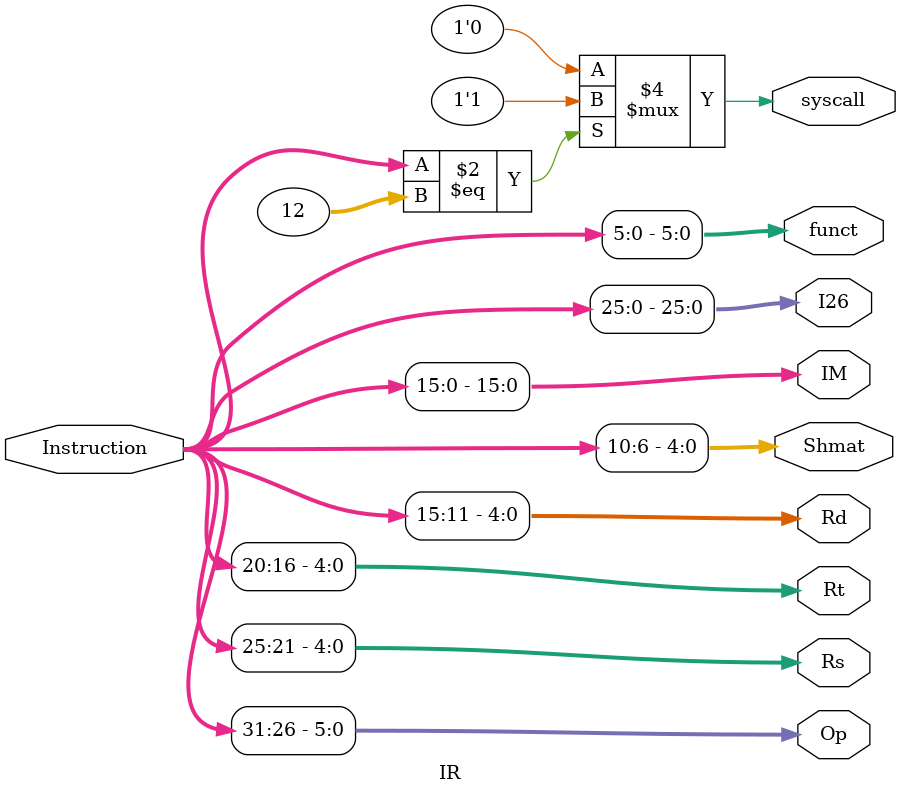
<source format=v>
`timescale 1ns / 1ps


module IR(
    input [31:0] Instruction,
    output [31:26] Op,
    output [25:21] Rs,
    output [20:16] Rt,
    output [15:11] Rd,
    output [10:6] Shmat,
    output [15:0] IM,
    output [25:0] I26,
    output [5:0] funct,
    output reg syscall
    );
    assign #1 Op[31:26] = Instruction[31:26];
    assign #1 Rs[25:21] = Instruction[25:21];
    assign #1 Rt[20:16] = Instruction[20:16];
    assign #1 Rd[15:11] = Instruction[15:11];
    assign #1 Shmat[10:6] = Instruction[10:6];
    assign #1 IM[15:0] = Instruction[15:0];
    assign #1 I26[25:0] = Instruction[25:0];
    assign #1 funct[5:0] = Instruction[5:0];
    
    always @(Instruction) begin
        if(Instruction == 32'h0000000c)
            syscall = 1;
        else syscall = 0;
    end        
endmodule

</source>
